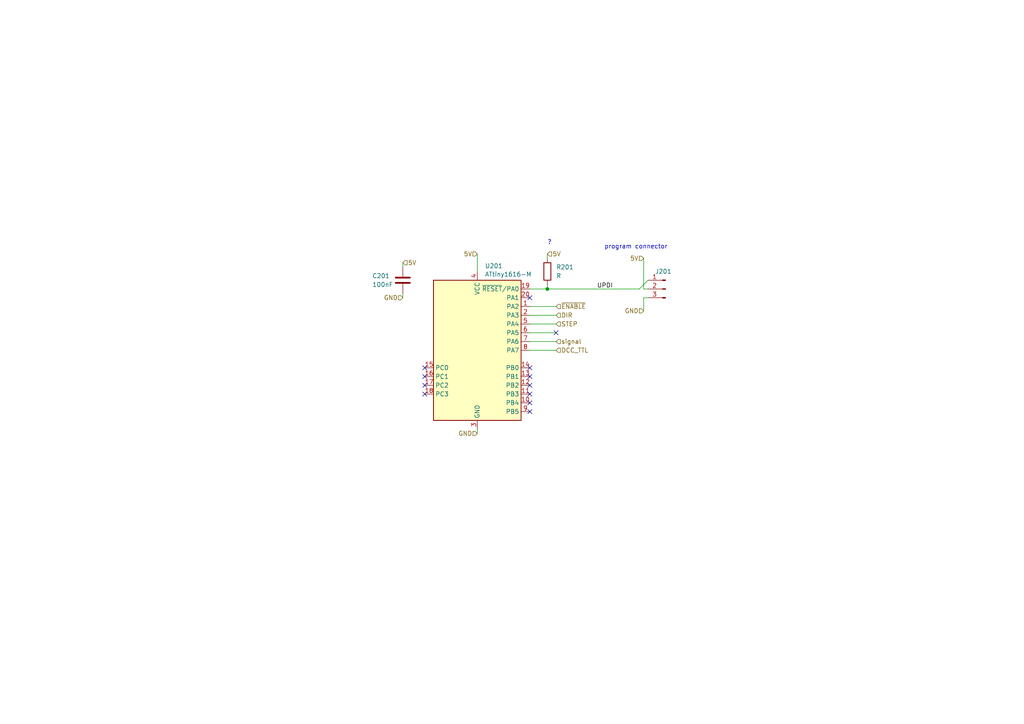
<source format=kicad_sch>
(kicad_sch (version 20230121) (generator eeschema)
  (paper "A4")
  (lib_symbols
    (symbol "Connector:Conn_01x03_Pin" (pin_names (offset 1.016) hide)
      (property "Reference" "J" (at 0 5.08 0))
      (property "Value" "Conn_01x03_Pin" (at 0 -5.08 0))
      (symbol "Conn_01x03_Pin_1_1"
        (polyline (pts (xy 1.27 -2.54) (xy 0.8636 -2.54)) (stroke (width 0.1524)))
        (polyline (pts (xy 1.27 0) (xy 0.8636 0)) (stroke (width 0.1524)))
        (polyline (pts (xy 1.27 2.54) (xy 0.8636 2.54)) (stroke (width 0.1524)))
        (rectangle (start 0.8636 -2.413) (end 0 -2.667) (stroke (width 0.1524)) (fill (type outline)))
        (rectangle (start 0.8636 0.127) (end 0 -0.127) (stroke (width 0.1524)) (fill (type outline)))
        (rectangle (start 0.8636 2.667) (end 0 2.413) (stroke (width 0.1524)) (fill (type outline)))
        (pin passive line (at 5.08 2.54 180) (length 3.81) (name "Pin_1") (number "1"))
        (pin passive line (at 5.08 0 180) (length 3.81) (name "Pin_2") (number "2"))
        (pin passive line (at 5.08 -2.54 180) (length 3.81) (name "Pin_3") (number "3"))
      )
    )
    (symbol "Device:C" (pin_numbers hide) (pin_names (offset 0.254))
      (property "Reference" "C" (at 0.635 2.54 0))
      (property "Value" "C" (at 0.635 -2.54 0))
      (symbol "C_0_1"
        (polyline (pts (xy -2.032 -0.762) (xy 2.032 -0.762)) (stroke (width 0.508)))
        (polyline (pts (xy -2.032 0.762) (xy 2.032 0.762)) (stroke (width 0.508)))
      )
      (symbol "C_1_1"
        (pin passive line (at 0 3.81 270) (length 2.794) (name "~") (number "1"))
        (pin passive line (at 0 -3.81 90) (length 2.794) (name "~") (number "2"))
      )
    )
    (symbol "Device:R" (pin_numbers hide) (pin_names (offset 0))
      (property "Reference" "R" (at 2.032 0 90))
      (property "Value" "R" (at 0 0 90))
      (symbol "R_0_1"
        (rectangle (start -1.016 -2.54) (end 1.016 2.54) (stroke (width 0.254)))
      )
      (symbol "R_1_1"
        (pin passive line (at 0 3.81 270) (length 1.27) (name "~") (number "1"))
        (pin passive line (at 0 -3.81 90) (length 1.27) (name "~") (number "2"))
      )
    )
    (symbol "custom_kicad_lib_sk:ATtiny1616-M"
      (property "Reference" "U" (at -12.7 21.59 0))
      (property "Value" "ATtiny1616-M" (at 2.54 -21.59 0))
      (symbol "ATtiny1616-M_0_1"
        (rectangle (start -12.7 -20.32) (end 12.7 20.32) (stroke (width 0.254)) (fill (type background)))
      )
      (symbol "ATtiny1616-M_1_1"
        (pin bidirectional line (at 15.24 12.7 180) (length 2.54) (name "PA2") (number "1"))
        (pin bidirectional line (at 15.24 -15.24 180) (length 2.54) (name "PB4") (number "10"))
        (pin bidirectional line (at 15.24 -12.7 180) (length 2.54) (name "PB3") (number "11"))
        (pin bidirectional line (at 15.24 -10.16 180) (length 2.54) (name "PB2") (number "12"))
        (pin bidirectional line (at 15.24 -7.62 180) (length 2.54) (name "PB1") (number "13"))
        (pin bidirectional line (at 15.24 -5.08 180) (length 2.54) (name "PB0") (number "14"))
        (pin bidirectional line (at -15.24 -5.08 0) (length 2.54) (name "PC0") (number "15"))
        (pin bidirectional line (at -15.24 -7.62 0) (length 2.54) (name "PC1") (number "16"))
        (pin bidirectional line (at -15.24 -10.16 0) (length 2.54) (name "PC2") (number "17"))
        (pin bidirectional line (at -15.24 -12.7 0) (length 2.54) (name "PC3") (number "18"))
        (pin bidirectional line (at 15.24 17.78 180) (length 2.54) (name "~{RESET}/PA0") (number "19"))
        (pin bidirectional line (at 15.24 10.16 180) (length 2.54) (name "PA3") (number "2"))
        (pin bidirectional line (at 15.24 15.24 180) (length 2.54) (name "PA1") (number "20"))
        (pin passive line (at 0 -22.86 90) (length 2.54) hide (name "GND") (number "21"))
        (pin power_in line (at 0 -22.86 90) (length 2.54) (name "GND") (number "3"))
        (pin power_in line (at 0 22.86 270) (length 2.54) (name "VCC") (number "4"))
        (pin bidirectional line (at 15.24 7.62 180) (length 2.54) (name "PA4") (number "5"))
        (pin bidirectional line (at 15.24 5.08 180) (length 2.54) (name "PA5") (number "6"))
        (pin bidirectional line (at 15.24 2.54 180) (length 2.54) (name "PA6") (number "7"))
        (pin bidirectional line (at 15.24 0 180) (length 2.54) (name "PA7") (number "8"))
        (pin bidirectional line (at 15.24 -17.78 180) (length 2.54) (name "PB5") (number "9"))
      )
    )
  )
  (junction (at 158.75 83.82))
  (no_connect (at 161.29 96.52))
  (no_connect (at 153.67 111.76))
  (no_connect (at 123.19 111.76))
  (no_connect (at 123.19 109.22))
  (no_connect (at 153.67 106.68))
  (no_connect (at 123.19 106.68))
  (no_connect (at 153.67 114.3))
  (no_connect (at 153.67 116.84))
  (no_connect (at 153.67 86.36))
  (no_connect (at 153.67 119.38))
  (no_connect (at 153.67 109.22))
  (no_connect (at 123.19 114.3))
  (wire (pts (xy 158.75 83.82) (xy 158.75 82.55)))
  (wire (pts (xy 153.67 101.6) (xy 161.29 101.6)))
  (wire (pts (xy 116.84 85.09) (xy 116.84 86.36)))
  (wire (pts (xy 153.67 99.06) (xy 161.29 99.06)))
  (wire (pts (xy 186.69 90.17) (xy 186.69 86.36)))
  (wire (pts (xy 153.67 96.52) (xy 161.29 96.52)))
  (wire (pts (xy 138.43 124.46) (xy 138.43 125.73)))
  (wire (pts (xy 158.75 83.82) (xy 185.42 83.82)))
  (wire (pts (xy 158.75 73.66) (xy 158.75 74.93)))
  (wire (pts (xy 153.67 93.98) (xy 161.29 93.98)))
  (wire (pts (xy 186.69 83.82) (xy 187.96 83.82)))
  (wire (pts (xy 153.67 91.44) (xy 161.29 91.44)))
  (wire (pts (xy 138.43 73.66) (xy 138.43 78.74)))
  (wire (pts (xy 153.67 88.9) (xy 161.29 88.9)))
  (wire (pts (xy 186.69 86.36) (xy 187.96 86.36)))
  (wire (pts (xy 116.84 76.2) (xy 116.84 77.47)))
  (wire (pts (xy 186.69 74.93) (xy 186.69 83.82)))
  (wire (pts (xy 153.67 83.82) (xy 158.75 83.82)))
  (wire (pts (xy 185.42 83.82) (xy 187.96 81.28)))
  (text "?" (at 158.75 71.12 0) (effects (font (size 1.27 1.27)) (justify left bottom)))
  (text "program connector" (at 175.26 72.39 0) (effects (font (size 1.27 1.27)) (justify left bottom)))
  (label "UPDI" (at 177.8 83.82 180))
  (hierarchical_label "DCC_TTL" (shape input) (at 161.29 101.6 0))
  (hierarchical_label "GND" (shape input) (at 116.84 86.36 180))
  (hierarchical_label "GND" (shape input) (at 138.43 125.73 180))
  (hierarchical_label "STEP" (shape input) (at 161.29 93.98 0))
  (hierarchical_label "5V" (shape input) (at 186.69 74.93 180))
  (hierarchical_label "signal" (shape input) (at 161.29 99.06 0))
  (hierarchical_label "GND" (shape input) (at 186.69 90.17 180))
  (hierarchical_label "5V" (shape input) (at 116.84 76.2 0))
  (hierarchical_label "DIR" (shape input) (at 161.29 91.44 0))
  (hierarchical_label "~{ENABLE}" (shape input) (at 161.29 88.9 0))
  (hierarchical_label "5V" (shape input) (at 138.43 73.66 180))
  (hierarchical_label "5V" (shape input) (at 158.75 73.66 0))
  (symbol (lib_id "Device:C") (at 116.84 81.28 180) (unit 1)
    (property "Reference" "C201" (at 107.95 80.0131 0) (effects (justify right)))
    (property "Value" "100nF" (at 107.95 82.55 0) (effects (justify right)))
    (property "Footprint" "Capacitor_SMD:C_0402_1005Metric" (effects hide))
    (property "JLCPCB Part#" "C14663" (effects hide))
  )
  (symbol (lib_id "Device:R") (at 158.75 78.74 0) (unit 1)
    (property "Reference" "R201" (at 161.29 77.47 0) (effects (justify left)))
    (property "Value" "R" (at 161.29 80.01 0) (effects (justify left)))
    (property "Footprint" "Resistor_SMD:R_0402_1005Metric" (effects hide))
  )
  (symbol (lib_id "custom_kicad_lib_sk:ATtiny1616-M") (at 138.43 101.6 0) (unit 1)
    (property "Reference" "U201" (at 140.6241 77.1357 0) (effects (justify left)))
    (property "Value" "ATtiny1616-M" (at 140.6241 79.5599 0) (effects (justify left)))
    (property "Footprint" "custom_kicad_lib_sk:VQFN-20-1EP_3x3mm_P0.4mm_EP1.7x1.7mm" (effects hide))
    (property "Datasheet" "http://ww1.microchip.com/downloads/en/DeviceDoc/ATtiny3216_ATtiny1616-data-sheet-40001997B.pdf" (effects hide))
    (property "JLCPCB Part#" "C507118" (effects hide))
  )
  (symbol (lib_id "Connector:Conn_01x03_Pin") (at 193.04 83.82 0) (mirror y) (unit 1)
    (property "Reference" "J201" (at 192.405 78.74 0))
    (property "Value" "Conn_01x03_Pin" (effects hide))
    (property "Footprint" "Connector_PinHeader_1.27mm:PinHeader_1x03_P1.27mm_Vertical" (effects hide))
  )
)
</source>
